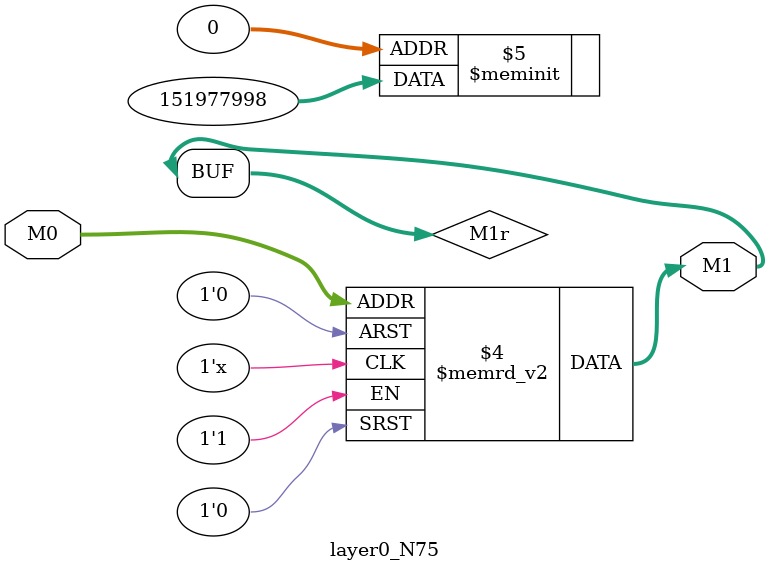
<source format=v>
module layer0_N75 ( input [3:0] M0, output [1:0] M1 );

	(*rom_style = "distributed" *) reg [1:0] M1r;
	assign M1 = M1r;
	always @ (M0) begin
		case (M0)
			4'b0000: M1r = 2'b10;
			4'b1000: M1r = 2'b11;
			4'b0100: M1r = 2'b00;
			4'b1100: M1r = 2'b01;
			4'b0010: M1r = 2'b00;
			4'b1010: M1r = 2'b00;
			4'b0110: M1r = 2'b00;
			4'b1110: M1r = 2'b00;
			4'b0001: M1r = 2'b11;
			4'b1001: M1r = 2'b11;
			4'b0101: M1r = 2'b00;
			4'b1101: M1r = 2'b10;
			4'b0011: M1r = 2'b00;
			4'b1011: M1r = 2'b00;
			4'b0111: M1r = 2'b00;
			4'b1111: M1r = 2'b00;

		endcase
	end
endmodule

</source>
